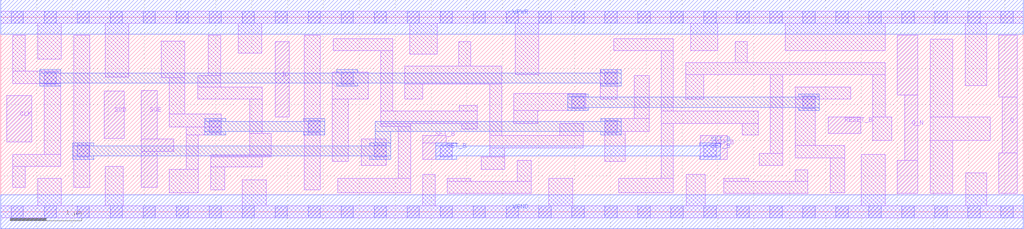
<source format=lef>
# Copyright 2020 The SkyWater PDK Authors
#
# Licensed under the Apache License, Version 2.0 (the "License");
# you may not use this file except in compliance with the License.
# You may obtain a copy of the License at
#
#     https://www.apache.org/licenses/LICENSE-2.0
#
# Unless required by applicable law or agreed to in writing, software
# distributed under the License is distributed on an "AS IS" BASIS,
# WITHOUT WARRANTIES OR CONDITIONS OF ANY KIND, either express or implied.
# See the License for the specific language governing permissions and
# limitations under the License.
#
# SPDX-License-Identifier: Apache-2.0

VERSION 5.7 ;
  NAMESCASESENSITIVE ON ;
  NOWIREEXTENSIONATPIN ON ;
  DIVIDERCHAR "/" ;
  BUSBITCHARS "[]" ;
UNITS
  DATABASE MICRONS 200 ;
END UNITS
MACRO sky130_fd_sc_hd__sdfbbp_1
  CLASS CORE ;
  SOURCE USER ;
  FOREIGN sky130_fd_sc_hd__sdfbbp_1 ;
  ORIGIN  0.000000  0.000000 ;
  SIZE  14.26000 BY  2.720000 ;
  SYMMETRY X Y R90 ;
  SITE unithd ;
  PIN D
    ANTENNAGATEAREA  0.126000 ;
    DIRECTION INPUT ;
    USE SIGNAL ;
    PORT
      LAYER li1 ;
        RECT 3.825000 1.325000 4.025000 2.375000 ;
    END
  END D
  PIN Q
    ANTENNADIFFAREA  0.429000 ;
    DIRECTION OUTPUT ;
    USE SIGNAL ;
    PORT
      LAYER li1 ;
        RECT 13.915000 0.255000 14.175000 0.825000 ;
        RECT 13.915000 1.605000 14.175000 2.465000 ;
        RECT 13.965000 0.825000 14.175000 1.605000 ;
    END
  END Q
  PIN Q_N
    ANTENNADIFFAREA  0.429000 ;
    DIRECTION OUTPUT ;
    USE SIGNAL ;
    PORT
      LAYER li1 ;
        RECT 12.500000 0.255000 12.785000 0.715000 ;
        RECT 12.500000 1.630000 12.785000 2.465000 ;
        RECT 12.605000 0.715000 12.785000 1.630000 ;
    END
  END Q_N
  PIN RESET_B
    ANTENNAGATEAREA  0.159000 ;
    DIRECTION INPUT ;
    USE SIGNAL ;
    PORT
      LAYER li1 ;
        RECT 11.535000 1.095000 11.990000 1.325000 ;
    END
  END RESET_B
  PIN SCD
    ANTENNAGATEAREA  0.159000 ;
    DIRECTION INPUT ;
    USE SIGNAL ;
    PORT
      LAYER li1 ;
        RECT 1.440000 1.025000 1.720000 1.685000 ;
    END
  END SCD
  PIN SCE
    ANTENNAGATEAREA  0.252000 ;
    DIRECTION INPUT ;
    USE SIGNAL ;
    PORT
      LAYER li1 ;
        RECT 1.960000 0.345000 2.180000 0.845000 ;
        RECT 1.960000 0.845000 2.415000 1.015000 ;
        RECT 1.960000 1.015000 2.180000 1.695000 ;
    END
  END SCE
  PIN SET_B
    ANTENNAGATEAREA  0.252000 ;
    DIRECTION INPUT ;
    USE SIGNAL ;
    PORT
      LAYER li1 ;
        RECT 5.885000 0.735000 6.295000 0.965000 ;
        RECT 5.885000 0.965000 6.215000 1.065000 ;
      LAYER mcon ;
        RECT 6.125000 0.765000 6.295000 0.935000 ;
    END
    PORT
      LAYER li1 ;
        RECT 9.755000 0.735000 10.130000 1.065000 ;
      LAYER mcon ;
        RECT 9.805000 0.765000 9.975000 0.935000 ;
    END
    PORT
      LAYER met1 ;
        RECT 6.065000 0.735000  6.355000 0.780000 ;
        RECT 6.065000 0.780000 10.035000 0.920000 ;
        RECT 6.065000 0.920000  6.355000 0.965000 ;
        RECT 9.745000 0.735000 10.035000 0.780000 ;
        RECT 9.745000 0.920000 10.035000 0.965000 ;
    END
  END SET_B
  PIN CLK
    ANTENNAGATEAREA  0.159000 ;
    DIRECTION INPUT ;
    USE CLOCK ;
    PORT
      LAYER li1 ;
        RECT 0.085000 0.975000 0.435000 1.625000 ;
    END
  END CLK
  PIN VGND
    DIRECTION INOUT ;
    SHAPE ABUTMENT ;
    USE GROUND ;
    PORT
      LAYER met1 ;
        RECT 0.000000 -0.240000 14.260000 0.240000 ;
    END
  END VGND
  PIN VPWR
    DIRECTION INOUT ;
    SHAPE ABUTMENT ;
    USE POWER ;
    PORT
      LAYER met1 ;
        RECT 0.000000 2.480000 14.260000 2.960000 ;
    END
  END VPWR
  OBS
    LAYER li1 ;
      RECT  0.000000 -0.085000 14.260000 0.085000 ;
      RECT  0.000000  2.635000 14.260000 2.805000 ;
      RECT  0.170000  0.345000  0.345000 0.635000 ;
      RECT  0.170000  0.635000  0.835000 0.805000 ;
      RECT  0.170000  1.795000  0.835000 1.965000 ;
      RECT  0.170000  1.965000  0.345000 2.465000 ;
      RECT  0.515000  0.085000  0.845000 0.465000 ;
      RECT  0.515000  2.135000  0.845000 2.635000 ;
      RECT  0.605000  0.805000  0.835000 1.795000 ;
      RECT  1.015000  0.345000  1.240000 2.465000 ;
      RECT  1.455000  0.085000  1.705000 0.635000 ;
      RECT  1.455000  1.885000  1.785000 2.635000 ;
      RECT  2.235000  1.875000  2.565000 2.385000 ;
      RECT  2.350000  0.265000  2.755000 0.595000 ;
      RECT  2.350000  1.185000  3.075000 1.365000 ;
      RECT  2.350000  1.365000  2.565000 1.875000 ;
      RECT  2.585000  0.595000  2.755000 1.075000 ;
      RECT  2.585000  1.075000  3.075000 1.185000 ;
      RECT  2.745000  1.575000  3.645000 1.745000 ;
      RECT  2.745000  1.745000  3.065000 1.905000 ;
      RECT  2.895000  1.905000  3.065000 2.465000 ;
      RECT  2.925000  0.305000  3.125000 0.625000 ;
      RECT  2.925000  0.625000  3.645000 0.765000 ;
      RECT  2.925000  0.765000  3.770000 0.795000 ;
      RECT  3.310000  2.215000  3.640000 2.635000 ;
      RECT  3.370000  0.085000  3.700000 0.445000 ;
      RECT  3.475000  0.795000  3.770000 1.095000 ;
      RECT  3.475000  1.095000  3.645000 1.575000 ;
      RECT  4.230000  0.305000  4.455000 2.465000 ;
      RECT  4.625000  0.705000  4.845000 1.575000 ;
      RECT  4.625000  1.575000  5.125000 1.955000 ;
      RECT  4.635000  2.250000  5.465000 2.420000 ;
      RECT  4.700000  0.265000  5.715000 0.465000 ;
      RECT  5.025000  0.645000  5.375000 1.015000 ;
      RECT  5.295000  1.195000  5.715000 1.235000 ;
      RECT  5.295000  1.235000  6.645000 1.405000 ;
      RECT  5.295000  1.405000  5.465000 2.250000 ;
      RECT  5.545000  0.465000  5.715000 1.195000 ;
      RECT  5.635000  1.575000  5.885000 1.785000 ;
      RECT  5.635000  1.785000  6.985000 2.035000 ;
      RECT  5.705000  2.205000  6.085000 2.635000 ;
      RECT  5.885000  0.085000  6.055000 0.525000 ;
      RECT  6.225000  0.255000  7.395000 0.425000 ;
      RECT  6.225000  0.425000  6.555000 0.465000 ;
      RECT  6.385000  2.035000  6.555000 2.375000 ;
      RECT  6.395000  1.405000  6.645000 1.485000 ;
      RECT  6.425000  1.155000  6.645000 1.235000 ;
      RECT  6.700000  0.595000  7.030000 0.765000 ;
      RECT  6.815000  0.765000  7.030000 0.895000 ;
      RECT  6.815000  0.895000  8.125000 1.065000 ;
      RECT  6.815000  1.065000  6.985000 1.785000 ;
      RECT  7.155000  1.235000  7.485000 1.415000 ;
      RECT  7.155000  1.415000  8.160000 1.655000 ;
      RECT  7.175000  1.915000  7.505000 2.635000 ;
      RECT  7.200000  0.425000  7.395000 0.715000 ;
      RECT  7.640000  0.085000  7.975000 0.465000 ;
      RECT  7.795000  1.065000  8.125000 1.235000 ;
      RECT  8.360000  1.575000  8.595000 1.985000 ;
      RECT  8.420000  0.705000  8.705000 1.125000 ;
      RECT  8.420000  1.125000  9.040000 1.305000 ;
      RECT  8.550000  2.250000  9.380000 2.420000 ;
      RECT  8.615000  0.265000  9.380000 0.465000 ;
      RECT  8.835000  1.305000  9.040000 1.905000 ;
      RECT  9.210000  0.465000  9.380000 1.235000 ;
      RECT  9.210000  1.235000 10.560000 1.405000 ;
      RECT  9.210000  1.405000  9.380000 2.250000 ;
      RECT  9.550000  1.575000  9.800000 1.915000 ;
      RECT  9.550000  1.915000 12.330000 2.085000 ;
      RECT  9.560000  0.085000  9.820000 0.525000 ;
      RECT  9.620000  2.255000 10.000000 2.635000 ;
      RECT 10.080000  0.255000 11.250000 0.425000 ;
      RECT 10.080000  0.425000 10.430000 0.465000 ;
      RECT 10.240000  2.085000 10.410000 2.375000 ;
      RECT 10.340000  1.075000 10.560000 1.235000 ;
      RECT 10.575000  0.645000 10.905000 0.815000 ;
      RECT 10.730000  0.815000 10.905000 1.915000 ;
      RECT 10.940000  2.255000 12.330000 2.635000 ;
      RECT 11.075000  0.425000 11.250000 0.585000 ;
      RECT 11.080000  0.755000 11.765000 0.925000 ;
      RECT 11.080000  0.925000 11.355000 1.575000 ;
      RECT 11.080000  1.575000 11.855000 1.745000 ;
      RECT 11.565000  0.265000 11.765000 0.755000 ;
      RECT 12.000000  0.085000 12.330000 0.805000 ;
      RECT 12.160000  0.995000 12.425000 1.325000 ;
      RECT 12.160000  1.325000 12.330000 1.915000 ;
      RECT 12.960000  0.255000 13.275000 0.995000 ;
      RECT 12.960000  0.995000 13.795000 1.325000 ;
      RECT 12.960000  1.325000 13.275000 2.415000 ;
      RECT 13.450000  1.765000 13.745000 2.635000 ;
      RECT 13.455000  0.085000 13.745000 0.545000 ;
    LAYER mcon ;
      RECT  0.145000 -0.085000  0.315000 0.085000 ;
      RECT  0.145000  2.635000  0.315000 2.805000 ;
      RECT  0.605000 -0.085000  0.775000 0.085000 ;
      RECT  0.605000  1.785000  0.775000 1.955000 ;
      RECT  0.605000  2.635000  0.775000 2.805000 ;
      RECT  1.065000 -0.085000  1.235000 0.085000 ;
      RECT  1.065000  0.765000  1.235000 0.935000 ;
      RECT  1.065000  2.635000  1.235000 2.805000 ;
      RECT  1.525000 -0.085000  1.695000 0.085000 ;
      RECT  1.525000  2.635000  1.695000 2.805000 ;
      RECT  1.985000 -0.085000  2.155000 0.085000 ;
      RECT  1.985000  2.635000  2.155000 2.805000 ;
      RECT  2.445000 -0.085000  2.615000 0.085000 ;
      RECT  2.445000  2.635000  2.615000 2.805000 ;
      RECT  2.905000 -0.085000  3.075000 0.085000 ;
      RECT  2.905000  1.105000  3.075000 1.275000 ;
      RECT  2.905000  2.635000  3.075000 2.805000 ;
      RECT  3.365000 -0.085000  3.535000 0.085000 ;
      RECT  3.365000  2.635000  3.535000 2.805000 ;
      RECT  3.825000 -0.085000  3.995000 0.085000 ;
      RECT  3.825000  2.635000  3.995000 2.805000 ;
      RECT  4.285000 -0.085000  4.455000 0.085000 ;
      RECT  4.285000  1.105000  4.455000 1.275000 ;
      RECT  4.285000  2.635000  4.455000 2.805000 ;
      RECT  4.745000 -0.085000  4.915000 0.085000 ;
      RECT  4.745000  1.785000  4.915000 1.955000 ;
      RECT  4.745000  2.635000  4.915000 2.805000 ;
      RECT  5.205000 -0.085000  5.375000 0.085000 ;
      RECT  5.205000  0.765000  5.375000 0.935000 ;
      RECT  5.205000  2.635000  5.375000 2.805000 ;
      RECT  5.665000 -0.085000  5.835000 0.085000 ;
      RECT  5.665000  2.635000  5.835000 2.805000 ;
      RECT  6.125000 -0.085000  6.295000 0.085000 ;
      RECT  6.125000  2.635000  6.295000 2.805000 ;
      RECT  6.585000 -0.085000  6.755000 0.085000 ;
      RECT  6.585000  2.635000  6.755000 2.805000 ;
      RECT  7.045000 -0.085000  7.215000 0.085000 ;
      RECT  7.045000  2.635000  7.215000 2.805000 ;
      RECT  7.505000 -0.085000  7.675000 0.085000 ;
      RECT  7.505000  2.635000  7.675000 2.805000 ;
      RECT  7.965000 -0.085000  8.135000 0.085000 ;
      RECT  7.965000  1.445000  8.135000 1.615000 ;
      RECT  7.965000  2.635000  8.135000 2.805000 ;
      RECT  8.425000 -0.085000  8.595000 0.085000 ;
      RECT  8.425000  1.105000  8.595000 1.275000 ;
      RECT  8.425000  1.785000  8.595000 1.955000 ;
      RECT  8.425000  2.635000  8.595000 2.805000 ;
      RECT  8.885000 -0.085000  9.055000 0.085000 ;
      RECT  8.885000  2.635000  9.055000 2.805000 ;
      RECT  9.345000 -0.085000  9.515000 0.085000 ;
      RECT  9.345000  2.635000  9.515000 2.805000 ;
      RECT  9.805000 -0.085000  9.975000 0.085000 ;
      RECT  9.805000  2.635000  9.975000 2.805000 ;
      RECT 10.265000 -0.085000 10.435000 0.085000 ;
      RECT 10.265000  2.635000 10.435000 2.805000 ;
      RECT 10.725000 -0.085000 10.895000 0.085000 ;
      RECT 10.725000  2.635000 10.895000 2.805000 ;
      RECT 11.185000 -0.085000 11.355000 0.085000 ;
      RECT 11.185000  1.445000 11.355000 1.615000 ;
      RECT 11.185000  2.635000 11.355000 2.805000 ;
      RECT 11.645000 -0.085000 11.815000 0.085000 ;
      RECT 11.645000  2.635000 11.815000 2.805000 ;
      RECT 12.105000 -0.085000 12.275000 0.085000 ;
      RECT 12.105000  2.635000 12.275000 2.805000 ;
      RECT 12.565000 -0.085000 12.735000 0.085000 ;
      RECT 12.565000  2.635000 12.735000 2.805000 ;
      RECT 13.025000 -0.085000 13.195000 0.085000 ;
      RECT 13.025000  2.635000 13.195000 2.805000 ;
      RECT 13.485000 -0.085000 13.655000 0.085000 ;
      RECT 13.485000  2.635000 13.655000 2.805000 ;
      RECT 13.945000 -0.085000 14.115000 0.085000 ;
      RECT 13.945000  2.635000 14.115000 2.805000 ;
    LAYER met1 ;
      RECT  0.545000 1.755000  0.835000 1.800000 ;
      RECT  0.545000 1.800000  8.655000 1.940000 ;
      RECT  0.545000 1.940000  0.835000 1.985000 ;
      RECT  1.005000 0.735000  1.295000 0.780000 ;
      RECT  1.005000 0.780000  5.435000 0.920000 ;
      RECT  1.005000 0.920000  1.295000 0.965000 ;
      RECT  2.845000 1.075000  3.135000 1.120000 ;
      RECT  2.845000 1.120000  4.515000 1.260000 ;
      RECT  2.845000 1.260000  3.135000 1.305000 ;
      RECT  4.225000 1.075000  4.515000 1.120000 ;
      RECT  4.225000 1.260000  4.515000 1.305000 ;
      RECT  4.685000 1.755000  4.975000 1.800000 ;
      RECT  4.685000 1.940000  4.975000 1.985000 ;
      RECT  5.145000 0.735000  5.435000 0.780000 ;
      RECT  5.145000 0.920000  5.435000 0.965000 ;
      RECT  5.220000 0.965000  5.435000 1.120000 ;
      RECT  5.220000 1.120000  8.655000 1.260000 ;
      RECT  7.905000 1.415000  8.195000 1.460000 ;
      RECT  7.905000 1.460000 11.415000 1.600000 ;
      RECT  7.905000 1.600000  8.195000 1.645000 ;
      RECT  8.365000 1.075000  8.655000 1.120000 ;
      RECT  8.365000 1.260000  8.655000 1.305000 ;
      RECT  8.365000 1.755000  8.655000 1.800000 ;
      RECT  8.365000 1.940000  8.655000 1.985000 ;
      RECT 11.125000 1.415000 11.415000 1.460000 ;
      RECT 11.125000 1.600000 11.415000 1.645000 ;
  END
END sky130_fd_sc_hd__sdfbbp_1
END LIBRARY

</source>
